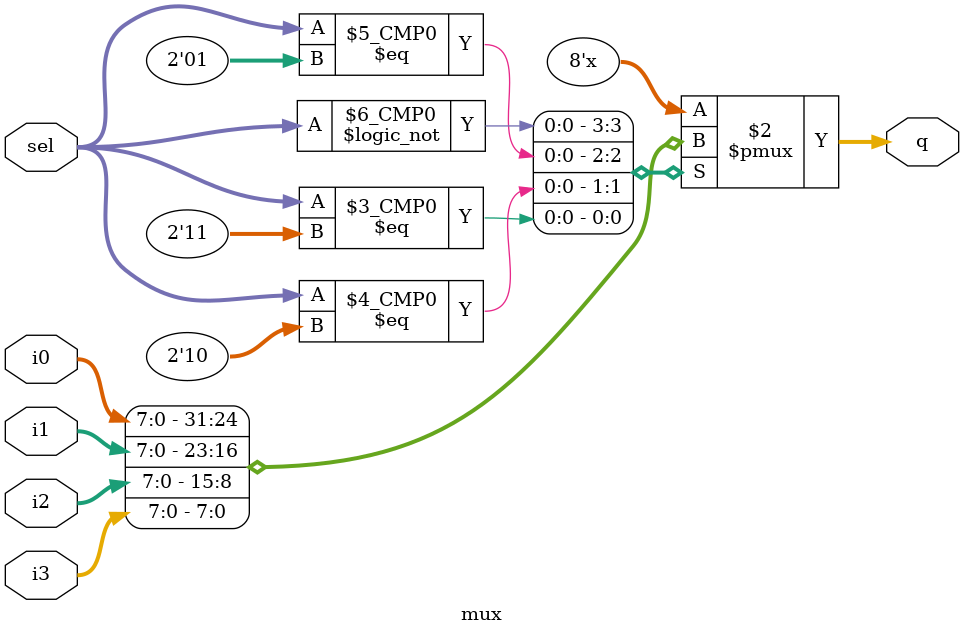
<source format=v>
module top_module ( 
    input clk, 
    input [7:0] d, 
    input [1:0] sel, 
    output [7:0] q 
);
    wire [7:0]t1, t2,t3;
    my_dff8 m1(.clk(clk), .d(d), .q(t1));
    my_dff8 m2(.clk(clk), .d(t1), .q(t2));
    my_dff8 m3(.clk(clk), .d(t2), .q(t3));
    mux m4(.i0(d), .i1(t1), .i2(t2), .i3(t3),.q(q),.sel(sel));
endmodule

module my_dff8(
input [7:0]d,
input clk,
output [7:0]q
);
reg q;
always@(posedge clk)
begin
q=d;
end
endmodule

module mux(
    input [7:0]i0,
    input [7:0]i1,
    input [7:0]i2,
    input [7:0]i3,
    output [7:0]q,
    input[1:0]sel );
    reg q;
    always @(*)
        begin
            case(sel)
                2'b00:q=i0;
                2'b01:q=i1;
                2'b10:q=i2;
                2'b11:q=i3;
            endcase
        end
                
endmodule

</source>
